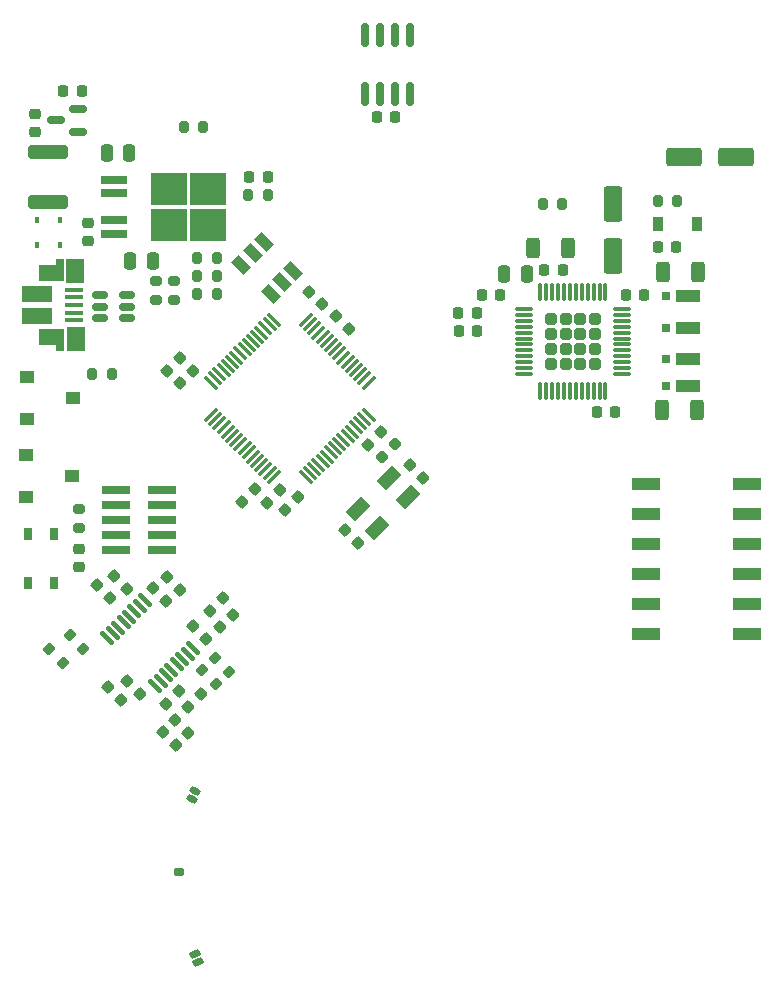
<source format=gbr>
%TF.GenerationSoftware,KiCad,Pcbnew,(7.0.0)*%
%TF.CreationDate,2023-03-13T17:48:54-07:00*%
%TF.ProjectId,DaisyStepperDriver,44616973-7953-4746-9570-706572447269,rev?*%
%TF.SameCoordinates,Original*%
%TF.FileFunction,Paste,Top*%
%TF.FilePolarity,Positive*%
%FSLAX46Y46*%
G04 Gerber Fmt 4.6, Leading zero omitted, Abs format (unit mm)*
G04 Created by KiCad (PCBNEW (7.0.0)) date 2023-03-13 17:48:54*
%MOMM*%
%LPD*%
G01*
G04 APERTURE LIST*
G04 Aperture macros list*
%AMRoundRect*
0 Rectangle with rounded corners*
0 $1 Rounding radius*
0 $2 $3 $4 $5 $6 $7 $8 $9 X,Y pos of 4 corners*
0 Add a 4 corners polygon primitive as box body*
4,1,4,$2,$3,$4,$5,$6,$7,$8,$9,$2,$3,0*
0 Add four circle primitives for the rounded corners*
1,1,$1+$1,$2,$3*
1,1,$1+$1,$4,$5*
1,1,$1+$1,$6,$7*
1,1,$1+$1,$8,$9*
0 Add four rect primitives between the rounded corners*
20,1,$1+$1,$2,$3,$4,$5,0*
20,1,$1+$1,$4,$5,$6,$7,0*
20,1,$1+$1,$6,$7,$8,$9,0*
20,1,$1+$1,$8,$9,$2,$3,0*%
%AMRotRect*
0 Rectangle, with rotation*
0 The origin of the aperture is its center*
0 $1 length*
0 $2 width*
0 $3 Rotation angle, in degrees counterclockwise*
0 Add horizontal line*
21,1,$1,$2,0,0,$3*%
G04 Aperture macros list end*
%ADD10R,0.900000X1.200000*%
%ADD11RoundRect,0.150000X0.220203X0.253003X-0.334524X0.024361X-0.220203X-0.253003X0.334524X-0.024361X0*%
%ADD12RoundRect,0.150000X0.334686X0.022025X-0.218432X0.254534X-0.334686X-0.022025X0.218432X-0.254534X0*%
%ADD13RoundRect,0.150000X0.300000X0.150000X-0.300000X0.150000X-0.300000X-0.150000X0.300000X-0.150000X0*%
%ADD14RoundRect,0.225000X0.017678X-0.335876X0.335876X-0.017678X-0.017678X0.335876X-0.335876X0.017678X0*%
%ADD15RoundRect,0.225000X-0.017678X0.335876X-0.335876X0.017678X0.017678X-0.335876X0.335876X-0.017678X0*%
%ADD16R,0.650000X1.050000*%
%ADD17RoundRect,0.250000X-0.250000X-0.475000X0.250000X-0.475000X0.250000X0.475000X-0.250000X0.475000X0*%
%ADD18RoundRect,0.225000X0.225000X0.250000X-0.225000X0.250000X-0.225000X-0.250000X0.225000X-0.250000X0*%
%ADD19RoundRect,0.225000X-0.250000X0.225000X-0.250000X-0.225000X0.250000X-0.225000X0.250000X0.225000X0*%
%ADD20RoundRect,0.225000X0.335876X0.017678X0.017678X0.335876X-0.335876X-0.017678X-0.017678X-0.335876X0*%
%ADD21R,1.300000X1.000000*%
%ADD22RoundRect,0.200000X0.200000X0.275000X-0.200000X0.275000X-0.200000X-0.275000X0.200000X-0.275000X0*%
%ADD23RoundRect,0.200000X-0.335876X-0.053033X-0.053033X-0.335876X0.335876X0.053033X0.053033X0.335876X0*%
%ADD24RoundRect,0.200000X0.335876X0.053033X0.053033X0.335876X-0.335876X-0.053033X-0.053033X-0.335876X0*%
%ADD25R,0.450000X0.600000*%
%ADD26RoundRect,0.200000X-0.200000X-0.275000X0.200000X-0.275000X0.200000X0.275000X-0.200000X0.275000X0*%
%ADD27RotRect,1.900000X1.100000X225.000000*%
%ADD28RoundRect,0.250000X-0.312500X-0.625000X0.312500X-0.625000X0.312500X0.625000X-0.312500X0.625000X0*%
%ADD29RoundRect,0.218750X0.218750X0.256250X-0.218750X0.256250X-0.218750X-0.256250X0.218750X-0.256250X0*%
%ADD30RoundRect,0.250000X-1.450000X0.312500X-1.450000X-0.312500X1.450000X-0.312500X1.450000X0.312500X0*%
%ADD31RoundRect,0.250000X1.250000X0.550000X-1.250000X0.550000X-1.250000X-0.550000X1.250000X-0.550000X0*%
%ADD32RoundRect,0.225000X-0.335876X-0.017678X-0.017678X-0.335876X0.335876X0.017678X0.017678X0.335876X0*%
%ADD33R,2.000000X1.100000*%
%ADD34R,0.800000X0.800000*%
%ADD35R,3.050000X2.750000*%
%ADD36R,2.200000X0.800000*%
%ADD37RoundRect,0.150000X0.587500X0.150000X-0.587500X0.150000X-0.587500X-0.150000X0.587500X-0.150000X0*%
%ADD38RoundRect,0.150000X0.512500X0.150000X-0.512500X0.150000X-0.512500X-0.150000X0.512500X-0.150000X0*%
%ADD39R,2.440000X1.120000*%
%ADD40RoundRect,0.100000X0.521491X-0.380070X-0.380070X0.521491X-0.521491X0.380070X0.380070X-0.521491X0*%
%ADD41R,1.650000X0.400000*%
%ADD42R,2.000000X1.350000*%
%ADD43R,1.500000X2.000000*%
%ADD44R,2.500000X1.430000*%
%ADD45R,0.700000X1.825000*%
%ADD46RoundRect,0.250000X0.255000X-0.255000X0.255000X0.255000X-0.255000X0.255000X-0.255000X-0.255000X0*%
%ADD47RoundRect,0.075000X0.075000X-0.662500X0.075000X0.662500X-0.075000X0.662500X-0.075000X-0.662500X0*%
%ADD48RoundRect,0.075000X0.662500X-0.075000X0.662500X0.075000X-0.662500X0.075000X-0.662500X-0.075000X0*%
%ADD49RoundRect,0.225000X-0.225000X-0.250000X0.225000X-0.250000X0.225000X0.250000X-0.225000X0.250000X0*%
%ADD50RoundRect,0.250000X0.250000X0.475000X-0.250000X0.475000X-0.250000X-0.475000X0.250000X-0.475000X0*%
%ADD51RoundRect,0.225000X0.250000X-0.225000X0.250000X0.225000X-0.250000X0.225000X-0.250000X-0.225000X0*%
%ADD52RoundRect,0.150000X0.150000X-0.825000X0.150000X0.825000X-0.150000X0.825000X-0.150000X-0.825000X0*%
%ADD53RotRect,1.500000X0.900000X135.000000*%
%ADD54RoundRect,0.200000X-0.275000X0.200000X-0.275000X-0.200000X0.275000X-0.200000X0.275000X0.200000X0*%
%ADD55RoundRect,0.218750X-0.026517X0.335876X-0.335876X0.026517X0.026517X-0.335876X0.335876X-0.026517X0*%
%ADD56RoundRect,0.200000X0.275000X-0.200000X0.275000X0.200000X-0.275000X0.200000X-0.275000X-0.200000X0*%
%ADD57R,2.400000X0.740000*%
%ADD58RoundRect,0.075000X0.548008X-0.441942X-0.441942X0.548008X-0.548008X0.441942X0.441942X-0.548008X0*%
%ADD59RoundRect,0.075000X0.548008X0.441942X0.441942X0.548008X-0.548008X-0.441942X-0.441942X-0.548008X0*%
%ADD60RoundRect,0.250000X0.550000X-1.250000X0.550000X1.250000X-0.550000X1.250000X-0.550000X-1.250000X0*%
G04 APERTURE END LIST*
D10*
%TO.C,D9*%
X163729399Y-65354199D03*
X167029399Y-65354199D03*
%TD*%
D11*
%TO.C,MM1*%
X124835471Y-127796099D03*
X124572600Y-127163200D03*
D12*
X124272600Y-114013200D03*
X124572600Y-113353200D03*
D13*
X123222600Y-120224055D03*
X123222600Y-120224055D03*
%TD*%
D14*
%TO.C,C34*%
X125849592Y-98101208D03*
X126945608Y-97005192D03*
%TD*%
D15*
%TO.C,C27*%
X125068616Y-105132184D03*
X123972600Y-106228200D03*
%TD*%
D14*
%TO.C,C35*%
X126649592Y-99501208D03*
X127745608Y-98405192D03*
%TD*%
D15*
%TO.C,C29*%
X123195608Y-104905192D03*
X122099592Y-106001208D03*
%TD*%
D16*
%TO.C,SW1*%
X110442599Y-91618199D03*
X110442599Y-95768199D03*
X112592599Y-91618199D03*
X112592599Y-95768199D03*
%TD*%
D17*
%TO.C,C4*%
X117109200Y-59359800D03*
X119009200Y-59359800D03*
%TD*%
D18*
%TO.C,C15*%
X162623533Y-71374000D03*
X161073533Y-71374000D03*
%TD*%
D19*
%TO.C,C3*%
X114707600Y-92858200D03*
X114707600Y-94408200D03*
%TD*%
D20*
%TO.C,C33*%
X117347600Y-96993200D03*
X116251584Y-95897184D03*
%TD*%
D21*
%TO.C,SW2*%
X110355096Y-78331887D03*
X114255096Y-80081887D03*
X110355096Y-81831887D03*
%TD*%
D14*
%TO.C,C12*%
X139253592Y-84063208D03*
X140349608Y-82967192D03*
%TD*%
D22*
%TO.C,R18*%
X126414800Y-69748400D03*
X124764800Y-69748400D03*
%TD*%
D20*
%TO.C,C24*%
X123295608Y-96301208D03*
X122199592Y-95205192D03*
%TD*%
D22*
%TO.C,R7*%
X125272600Y-57093200D03*
X123622600Y-57093200D03*
%TD*%
D23*
%TO.C,R2*%
X126264237Y-102094837D03*
X127430963Y-103261563D03*
%TD*%
%TO.C,R3*%
X125180874Y-103136474D03*
X126347600Y-104303200D03*
%TD*%
D24*
%TO.C,R12*%
X113411000Y-102489000D03*
X112244274Y-101322274D03*
%TD*%
D25*
%TO.C,D1*%
X113097999Y-65027866D03*
X113097999Y-67127866D03*
%TD*%
D26*
%TO.C,R9*%
X129089000Y-62909800D03*
X130739000Y-62909800D03*
%TD*%
D27*
%TO.C,Y1*%
X140998319Y-86857616D03*
X138382024Y-89473911D03*
X140008369Y-91100256D03*
X142624664Y-88483961D03*
%TD*%
D25*
%TO.C,D2*%
X111153999Y-65018866D03*
X111153999Y-67118866D03*
%TD*%
D28*
%TO.C,R13*%
X153221704Y-67335400D03*
X156146704Y-67335400D03*
%TD*%
D22*
%TO.C,R19*%
X126414800Y-71272400D03*
X124764800Y-71272400D03*
%TD*%
D15*
%TO.C,C7*%
X133324600Y-88468200D03*
X132228584Y-89564216D03*
%TD*%
D18*
%TO.C,C21*%
X160160000Y-81254600D03*
X158610000Y-81254600D03*
%TD*%
D29*
%TO.C,D3*%
X130708500Y-61391800D03*
X129133500Y-61391800D03*
%TD*%
D20*
%TO.C,C26*%
X123997600Y-108401208D03*
X122901584Y-107305192D03*
%TD*%
D30*
%TO.C,F1*%
X112082000Y-59241367D03*
X112082000Y-63516367D03*
%TD*%
D31*
%TO.C,C40*%
X170377600Y-59703200D03*
X165977600Y-59703200D03*
%TD*%
D32*
%TO.C,C1*%
X137288337Y-91224929D03*
X138384353Y-92320945D03*
%TD*%
D18*
%TO.C,C13*%
X148428258Y-74389555D03*
X146878258Y-74389555D03*
%TD*%
D33*
%TO.C,D6*%
X166349999Y-71450199D03*
D34*
X164449999Y-71450199D03*
%TD*%
D24*
%TO.C,R14*%
X115116044Y-101332200D03*
X113949318Y-100165474D03*
%TD*%
D22*
%TO.C,R17*%
X126414800Y-68224400D03*
X124764800Y-68224400D03*
%TD*%
D17*
%TO.C,C11*%
X119096943Y-68453000D03*
X120996943Y-68453000D03*
%TD*%
D35*
%TO.C,U1*%
X125694999Y-62355999D03*
X122344999Y-62355999D03*
X125694999Y-65405999D03*
X122344999Y-65405999D03*
D36*
X117719999Y-61600999D03*
X117719999Y-62740999D03*
X117719999Y-65020999D03*
X117719999Y-66160999D03*
%TD*%
D37*
%TO.C,U7*%
X114695100Y-57511502D03*
X114695100Y-55611502D03*
X112820100Y-56561502D03*
%TD*%
D18*
%TO.C,C25*%
X141498000Y-56313200D03*
X139948000Y-56313200D03*
%TD*%
D32*
%TO.C,C30*%
X118799592Y-104055192D03*
X119895608Y-105151208D03*
%TD*%
D20*
%TO.C,C36*%
X137565608Y-74261208D03*
X136469592Y-73165192D03*
%TD*%
D15*
%TO.C,C6*%
X124385608Y-77745192D03*
X123289592Y-78841208D03*
%TD*%
D38*
%TO.C,U5*%
X118841100Y-73289200D03*
X118841100Y-72339200D03*
X118841100Y-71389200D03*
X116566100Y-71389200D03*
X116566100Y-72339200D03*
X116566100Y-73289200D03*
%TD*%
D39*
%TO.C,SW4*%
X171337363Y-100023199D03*
X171337363Y-97483199D03*
X171337363Y-94943199D03*
X171337363Y-92403199D03*
X171337363Y-89863199D03*
X171337363Y-87323199D03*
X162727363Y-87323199D03*
X162727363Y-89863199D03*
X162727363Y-92403199D03*
X162727363Y-94943199D03*
X162727363Y-97483199D03*
X162727363Y-100023199D03*
%TD*%
D33*
%TO.C,D5*%
X166309999Y-79070199D03*
D34*
X164409999Y-79070199D03*
%TD*%
D40*
%TO.C,U6*%
X121192425Y-104470761D03*
X121652045Y-104011142D03*
X122111664Y-103551522D03*
X122571283Y-103091903D03*
X123030903Y-102632283D03*
X123490522Y-102172664D03*
X123950142Y-101713045D03*
X124409761Y-101253425D03*
X120361575Y-97205239D03*
X119901955Y-97664858D03*
X119442336Y-98124478D03*
X118982717Y-98584097D03*
X118523097Y-99043717D03*
X118063478Y-99503336D03*
X117603858Y-99962955D03*
X117144239Y-100422575D03*
%TD*%
D20*
%TO.C,C32*%
X118785645Y-96276208D03*
X117689629Y-95180192D03*
%TD*%
%TO.C,C31*%
X122145608Y-97251208D03*
X121049592Y-96155192D03*
%TD*%
D32*
%TO.C,C28*%
X117199592Y-104555192D03*
X118295608Y-105651208D03*
%TD*%
D28*
%TO.C,R15*%
X164211000Y-69418200D03*
X167136000Y-69418200D03*
%TD*%
D22*
%TO.C,R8*%
X155669158Y-63627000D03*
X154019158Y-63627000D03*
%TD*%
D41*
%TO.C,J1*%
X114344999Y-70890582D03*
X114344999Y-71540582D03*
X114344999Y-72190582D03*
X114344999Y-72840582D03*
X114344999Y-73490582D03*
D42*
X112394999Y-74940582D03*
D43*
X114464999Y-75090582D03*
D44*
X111194999Y-73150582D03*
X111194999Y-71230582D03*
D43*
X114444999Y-69340582D03*
D45*
X113144999Y-75190582D03*
X113144999Y-69240582D03*
D42*
X112394999Y-69460582D03*
%TD*%
D20*
%TO.C,C14*%
X122920608Y-109476208D03*
X121824592Y-108380192D03*
%TD*%
D46*
%TO.C,U4*%
X157193267Y-77160600D03*
X157193267Y-73410600D03*
X158443267Y-77160600D03*
X157193267Y-75910600D03*
X158443267Y-74660600D03*
X154693267Y-73410600D03*
X158443267Y-75910600D03*
X158443267Y-73410600D03*
X155943267Y-75910600D03*
X154693267Y-74660600D03*
X155943267Y-74660600D03*
X155943267Y-73410600D03*
X155943267Y-77160600D03*
X154693267Y-77160600D03*
X157193267Y-74660600D03*
X154693267Y-75910600D03*
D47*
X153818267Y-79448100D03*
X154318267Y-79448100D03*
X154818267Y-79448100D03*
X155318267Y-79448100D03*
X155818267Y-79448100D03*
X156318267Y-79448100D03*
X156818267Y-79448100D03*
X157318267Y-79448100D03*
X157818267Y-79448100D03*
X158318267Y-79448100D03*
X158818267Y-79448100D03*
X159318267Y-79448100D03*
D48*
X160730767Y-78035600D03*
X160730767Y-77535600D03*
X160730767Y-77035600D03*
X160730767Y-76535600D03*
X160730767Y-76035600D03*
X160730767Y-75535600D03*
X160730767Y-75035600D03*
X160730767Y-74535600D03*
X160730767Y-74035600D03*
X160730767Y-73535600D03*
X160730767Y-73035600D03*
X160730767Y-72535600D03*
D47*
X159318267Y-71123100D03*
X158818267Y-71123100D03*
X158318267Y-71123100D03*
X157818267Y-71123100D03*
X157318267Y-71123100D03*
X156818267Y-71123100D03*
X156318267Y-71123100D03*
X155818267Y-71123100D03*
X155318267Y-71123100D03*
X154818267Y-71123100D03*
X154318267Y-71123100D03*
X153818267Y-71123100D03*
D48*
X152405767Y-72535600D03*
X152405767Y-73035600D03*
X152405767Y-73535600D03*
X152405767Y-74035600D03*
X152405767Y-74535600D03*
X152405767Y-75035600D03*
X152405767Y-75535600D03*
X152405767Y-76035600D03*
X152405767Y-76535600D03*
X152405767Y-77035600D03*
X152405767Y-77535600D03*
X152405767Y-78035600D03*
%TD*%
D49*
%TO.C,C20*%
X148830475Y-71347755D03*
X150380475Y-71347755D03*
%TD*%
D50*
%TO.C,C17*%
X152638800Y-69585135D03*
X150738800Y-69585135D03*
%TD*%
D15*
%TO.C,C10*%
X129681608Y-87793192D03*
X128585592Y-88889208D03*
%TD*%
D22*
%TO.C,R10*%
X165408930Y-63423800D03*
X163758930Y-63423800D03*
%TD*%
D26*
%TO.C,R4*%
X115852600Y-78033200D03*
X117502600Y-78033200D03*
%TD*%
D51*
%TO.C,C38*%
X111057600Y-57556502D03*
X111057600Y-56006502D03*
%TD*%
D21*
%TO.C,SW3*%
X110281888Y-84940079D03*
X114181888Y-86690079D03*
X110281888Y-88440079D03*
%TD*%
D19*
%TO.C,C9*%
X115493800Y-65255000D03*
X115493800Y-66805000D03*
%TD*%
D52*
%TO.C,U3*%
X138932600Y-54318200D03*
X140202600Y-54318200D03*
X141472600Y-54318200D03*
X142742600Y-54318200D03*
X142742600Y-49368200D03*
X141472600Y-49368200D03*
X140202600Y-49368200D03*
X138932600Y-49368200D03*
%TD*%
D53*
%TO.C,D8*%
X132885483Y-69334921D03*
X131930889Y-70289515D03*
X130976295Y-71244109D03*
X130410609Y-66860047D03*
X129456015Y-67814641D03*
X128501421Y-68769235D03*
%TD*%
D20*
%TO.C,C5*%
X135347600Y-72153200D03*
X134251584Y-71057184D03*
%TD*%
D15*
%TO.C,C8*%
X131800600Y-87833200D03*
X130704584Y-88929216D03*
%TD*%
D18*
%TO.C,C18*%
X165290800Y-67284600D03*
X163740800Y-67284600D03*
%TD*%
D54*
%TO.C,R6*%
X122815600Y-70163200D03*
X122815600Y-71813200D03*
%TD*%
D55*
%TO.C,L1*%
X141501447Y-83974353D03*
X140387753Y-85088047D03*
%TD*%
D28*
%TO.C,R16*%
X164145500Y-81102200D03*
X167070500Y-81102200D03*
%TD*%
D33*
%TO.C,D4*%
X166309999Y-76809599D03*
D34*
X164409999Y-76809599D03*
%TD*%
D18*
%TO.C,C16*%
X148415258Y-72865555D03*
X146865258Y-72865555D03*
%TD*%
D56*
%TO.C,R5*%
X121247600Y-71803200D03*
X121247600Y-70153200D03*
%TD*%
D20*
%TO.C,C19*%
X125516008Y-100497008D03*
X124419992Y-99400992D03*
%TD*%
D18*
%TO.C,C22*%
X155705032Y-69240400D03*
X154155032Y-69240400D03*
%TD*%
D57*
%TO.C,J2*%
X121755999Y-92963999D03*
X117855999Y-92963999D03*
X121755999Y-91693999D03*
X117855999Y-91693999D03*
X121755999Y-90423999D03*
X117855999Y-90423999D03*
X121755999Y-89153999D03*
X117855999Y-89153999D03*
X121755999Y-87883999D03*
X117855999Y-87883999D03*
%TD*%
D14*
%TO.C,C37*%
X122239592Y-77771208D03*
X123335608Y-76675192D03*
%TD*%
D20*
%TO.C,C2*%
X143845353Y-86859945D03*
X142749337Y-85763929D03*
%TD*%
D56*
%TO.C,R1*%
X114727600Y-91098200D03*
X114727600Y-89448200D03*
%TD*%
D18*
%TO.C,C39*%
X114967600Y-54121502D03*
X113417600Y-54121502D03*
%TD*%
D33*
%TO.C,D7*%
X166329999Y-74117199D03*
D34*
X164429999Y-74117199D03*
%TD*%
D58*
%TO.C,U2*%
X133958781Y-86797681D03*
X134312334Y-86444128D03*
X134665887Y-86090575D03*
X135019441Y-85737021D03*
X135372994Y-85383468D03*
X135726548Y-85029914D03*
X136080101Y-84676361D03*
X136433654Y-84322808D03*
X136787208Y-83969254D03*
X137140761Y-83615701D03*
X137494314Y-83262148D03*
X137847868Y-82908594D03*
X138201421Y-82555041D03*
X138554975Y-82201487D03*
X138908528Y-81847934D03*
X139262081Y-81494381D03*
D59*
X139262081Y-78772019D03*
X138908528Y-78418466D03*
X138554975Y-78064913D03*
X138201421Y-77711359D03*
X137847868Y-77357806D03*
X137494314Y-77004252D03*
X137140761Y-76650699D03*
X136787208Y-76297146D03*
X136433654Y-75943592D03*
X136080101Y-75590039D03*
X135726548Y-75236486D03*
X135372994Y-74882932D03*
X135019441Y-74529379D03*
X134665887Y-74175825D03*
X134312334Y-73822272D03*
X133958781Y-73468719D03*
D58*
X131236419Y-73468719D03*
X130882866Y-73822272D03*
X130529313Y-74175825D03*
X130175759Y-74529379D03*
X129822206Y-74882932D03*
X129468652Y-75236486D03*
X129115099Y-75590039D03*
X128761546Y-75943592D03*
X128407992Y-76297146D03*
X128054439Y-76650699D03*
X127700886Y-77004252D03*
X127347332Y-77357806D03*
X126993779Y-77711359D03*
X126640225Y-78064913D03*
X126286672Y-78418466D03*
X125933119Y-78772019D03*
D59*
X125933119Y-81494381D03*
X126286672Y-81847934D03*
X126640225Y-82201487D03*
X126993779Y-82555041D03*
X127347332Y-82908594D03*
X127700886Y-83262148D03*
X128054439Y-83615701D03*
X128407992Y-83969254D03*
X128761546Y-84322808D03*
X129115099Y-84676361D03*
X129468652Y-85029914D03*
X129822206Y-85383468D03*
X130175759Y-85737021D03*
X130529313Y-86090575D03*
X130882866Y-86444128D03*
X131236419Y-86797681D03*
%TD*%
D60*
%TO.C,C23*%
X159942015Y-68062200D03*
X159942015Y-63662200D03*
%TD*%
M02*

</source>
